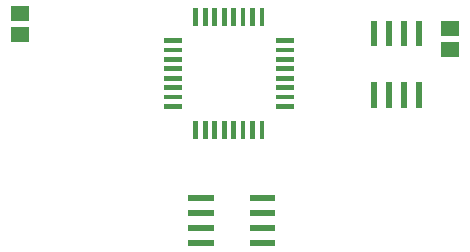
<source format=gbr>
G04 start of page 10 for group -4015 idx -4015 *
G04 Title: (unknown), toppaste *
G04 Creator: pcb 20091103 *
G04 CreationDate: Sat 19 Mar 2011 11:45:18 AM GMT UTC *
G04 For: gjhurlbu *
G04 Format: Gerber/RS-274X *
G04 PCB-Dimensions: 600000 500000 *
G04 PCB-Coordinate-Origin: lower left *
%MOIN*%
%FSLAX25Y25*%
%LNFRONTPASTE*%
%ADD17R,0.0200X0.0200*%
%ADD18R,0.0512X0.0512*%
%ADD19R,0.0157X0.0157*%
G54D17*X212500Y403000D02*Y396500D01*
X217500Y403000D02*Y396500D01*
X222500Y403000D02*Y396500D01*
X227500Y403000D02*Y396500D01*
Y423500D02*Y417000D01*
X222500Y423500D02*Y417000D01*
X217500Y423500D02*Y417000D01*
X212500Y423500D02*Y417000D01*
G54D18*X237214Y414914D02*X238000D01*
X237214Y422000D02*X238000D01*
X94000Y427000D02*X94786D01*
X94000Y419914D02*X94786D01*
G54D17*X172000Y350500D02*X178500D01*
X172000Y355500D02*X178500D01*
X172000Y360500D02*X178500D01*
X172000Y365500D02*X178500D01*
X151500D02*X158000D01*
X151500Y360500D02*X158000D01*
X151500Y355500D02*X158000D01*
X151500Y350500D02*X158000D01*
G54D19*X152977Y390434D02*Y386008D01*
X156126Y390434D02*Y386008D01*
X159276Y390434D02*Y386008D01*
X162425Y390434D02*Y386008D01*
X165575Y390434D02*Y386008D01*
X168725Y390434D02*Y386008D01*
X171874Y390434D02*Y386008D01*
X175024Y390434D02*Y386008D01*
X180566Y395977D02*X184992D01*
X180566Y399126D02*X184992D01*
X180566Y402276D02*X184992D01*
X180566Y405425D02*X184992D01*
X180566Y408575D02*X184992D01*
X180566Y411725D02*X184992D01*
X180566Y414874D02*X184992D01*
X180566Y418024D02*X184992D01*
X175023Y427992D02*Y423566D01*
X171874Y427992D02*Y423566D01*
X168724Y427992D02*Y423566D01*
X165575Y427992D02*Y423566D01*
X162425Y427992D02*Y423566D01*
X159275Y427992D02*Y423566D01*
X156126Y427992D02*Y423566D01*
X152976Y427992D02*Y423566D01*
X143008Y418023D02*X147434D01*
X143008Y414874D02*X147434D01*
X143008Y411724D02*X147434D01*
X143008Y408575D02*X147434D01*
X143008Y405425D02*X147434D01*
X143008Y402275D02*X147434D01*
X143008Y399126D02*X147434D01*
X143008Y395976D02*X147434D01*
M02*

</source>
